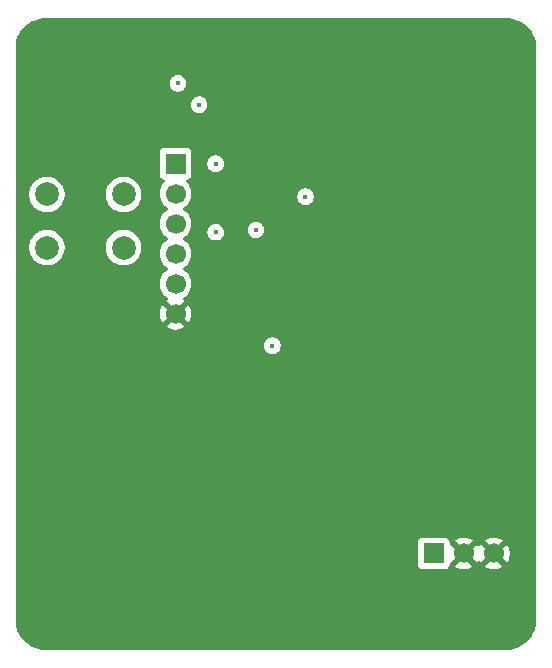
<source format=gbr>
%TF.GenerationSoftware,KiCad,Pcbnew,9.0.5*%
%TF.CreationDate,2025-10-31T15:40:08+01:00*%
%TF.ProjectId,ATMEGA32_evaluation_board,41544d45-4741-4333-925f-6576616c7561,rev?*%
%TF.SameCoordinates,Original*%
%TF.FileFunction,Copper,L3,Inr*%
%TF.FilePolarity,Positive*%
%FSLAX46Y46*%
G04 Gerber Fmt 4.6, Leading zero omitted, Abs format (unit mm)*
G04 Created by KiCad (PCBNEW 9.0.5) date 2025-10-31 15:40:08*
%MOMM*%
%LPD*%
G01*
G04 APERTURE LIST*
%TA.AperFunction,ComponentPad*%
%ADD10C,2.000000*%
%TD*%
%TA.AperFunction,ComponentPad*%
%ADD11C,5.000000*%
%TD*%
%TA.AperFunction,ComponentPad*%
%ADD12R,1.700000X1.700000*%
%TD*%
%TA.AperFunction,ComponentPad*%
%ADD13C,1.700000*%
%TD*%
%TA.AperFunction,ViaPad*%
%ADD14C,0.400000*%
%TD*%
G04 APERTURE END LIST*
D10*
%TO.N,Net-(C20-Pad2)*%
%TO.C,SW1*%
X116900000Y-83200000D03*
X123400000Y-83200000D03*
%TO.N,RST*%
X116900000Y-87700000D03*
X123400000Y-87700000D03*
%TD*%
D11*
%TO.N,GNDD*%
%TO.C,H1*%
X155800000Y-70800000D03*
%TD*%
%TO.N,GNDD*%
%TO.C,H3*%
X116800000Y-119200000D03*
%TD*%
D12*
%TO.N,PB5*%
%TO.C,J2*%
X127800000Y-80600000D03*
D13*
%TO.N,PB6*%
X127800000Y-83140000D03*
%TO.N,PB7*%
X127800000Y-85680000D03*
%TO.N,RST*%
X127800000Y-88220000D03*
%TO.N,+3V3D*%
X127800000Y-90760000D03*
%TO.N,GNDD*%
X127800000Y-93300000D03*
%TD*%
D12*
%TO.N,+9VD*%
%TO.C,J1*%
X149660000Y-113600000D03*
D13*
%TO.N,GNDD*%
X152200000Y-113600000D03*
X154740000Y-113600000D03*
%TD*%
D11*
%TO.N,GNDD*%
%TO.C,H2*%
X155800000Y-119200000D03*
%TD*%
%TO.N,GNDD*%
%TO.C,H4*%
X116800000Y-70800000D03*
%TD*%
D14*
%TO.N,+3V3D*%
X134600000Y-86200000D03*
X131200000Y-86400000D03*
X138800000Y-83400000D03*
X136000000Y-96000000D03*
X131200000Y-80600000D03*
X129800000Y-75600000D03*
X128000000Y-73800000D03*
%TD*%
%TA.AperFunction,Conductor*%
%TO.N,GNDD*%
G36*
X155803472Y-68250695D02*
G01*
X156078511Y-68266141D01*
X156092309Y-68267695D01*
X156360450Y-68313254D01*
X156374006Y-68316348D01*
X156635357Y-68391642D01*
X156648483Y-68396235D01*
X156899759Y-68500317D01*
X156912273Y-68506343D01*
X157150326Y-68637911D01*
X157162087Y-68645301D01*
X157383918Y-68802699D01*
X157394768Y-68811351D01*
X157597576Y-68992590D01*
X157607407Y-69002421D01*
X157685618Y-69089940D01*
X157788644Y-69205226D01*
X157797302Y-69216083D01*
X157954695Y-69437908D01*
X157962088Y-69449673D01*
X158093652Y-69687719D01*
X158099685Y-69700247D01*
X158203764Y-69951517D01*
X158208357Y-69964642D01*
X158283651Y-70225993D01*
X158286745Y-70239550D01*
X158332302Y-70507680D01*
X158333859Y-70521498D01*
X158349305Y-70796527D01*
X158349500Y-70803480D01*
X158349500Y-119196519D01*
X158349305Y-119203472D01*
X158333859Y-119478501D01*
X158332302Y-119492319D01*
X158286745Y-119760449D01*
X158283651Y-119774006D01*
X158208357Y-120035357D01*
X158203764Y-120048482D01*
X158099685Y-120299752D01*
X158093652Y-120312280D01*
X157962088Y-120550326D01*
X157954690Y-120562099D01*
X157797308Y-120783907D01*
X157788644Y-120794773D01*
X157607409Y-120997576D01*
X157597576Y-121007409D01*
X157394773Y-121188644D01*
X157383907Y-121197308D01*
X157162100Y-121354690D01*
X157150326Y-121362088D01*
X156912280Y-121493652D01*
X156899752Y-121499685D01*
X156648482Y-121603764D01*
X156635357Y-121608357D01*
X156374006Y-121683651D01*
X156360449Y-121686745D01*
X156092319Y-121732302D01*
X156078501Y-121733859D01*
X155803472Y-121749305D01*
X155796519Y-121749500D01*
X116803481Y-121749500D01*
X116796528Y-121749305D01*
X116521498Y-121733859D01*
X116507680Y-121732302D01*
X116239550Y-121686745D01*
X116225993Y-121683651D01*
X115964642Y-121608357D01*
X115951517Y-121603764D01*
X115700247Y-121499685D01*
X115687719Y-121493652D01*
X115449673Y-121362088D01*
X115437908Y-121354695D01*
X115216083Y-121197302D01*
X115205226Y-121188644D01*
X115183415Y-121169153D01*
X115002421Y-121007407D01*
X114992590Y-120997576D01*
X114811351Y-120794768D01*
X114802699Y-120783918D01*
X114645301Y-120562087D01*
X114637911Y-120550326D01*
X114506347Y-120312280D01*
X114500317Y-120299759D01*
X114396235Y-120048482D01*
X114391642Y-120035357D01*
X114316348Y-119774006D01*
X114313254Y-119760449D01*
X114302135Y-119695006D01*
X114267695Y-119492309D01*
X114266141Y-119478511D01*
X114250695Y-119203472D01*
X114250500Y-119196519D01*
X114250500Y-112702135D01*
X148309500Y-112702135D01*
X148309500Y-114497870D01*
X148309501Y-114497876D01*
X148315908Y-114557483D01*
X148366202Y-114692328D01*
X148366206Y-114692335D01*
X148452452Y-114807544D01*
X148452455Y-114807547D01*
X148567664Y-114893793D01*
X148567671Y-114893797D01*
X148702517Y-114944091D01*
X148702516Y-114944091D01*
X148709444Y-114944835D01*
X148762127Y-114950500D01*
X150557872Y-114950499D01*
X150617483Y-114944091D01*
X150752331Y-114893796D01*
X150867546Y-114807546D01*
X150953796Y-114692331D01*
X151004091Y-114557483D01*
X151010500Y-114497873D01*
X151010499Y-114473979D01*
X151013330Y-114460963D01*
X151023940Y-114441525D01*
X151030179Y-114420275D01*
X151046803Y-114399643D01*
X151046808Y-114399636D01*
X151046811Y-114399634D01*
X151046818Y-114399626D01*
X151717037Y-113729408D01*
X151734075Y-113792993D01*
X151799901Y-113907007D01*
X151892993Y-114000099D01*
X152007007Y-114065925D01*
X152070590Y-114082962D01*
X151438282Y-114715269D01*
X151438282Y-114715270D01*
X151492449Y-114754624D01*
X151681782Y-114851095D01*
X151883870Y-114916757D01*
X152093754Y-114950000D01*
X152306246Y-114950000D01*
X152516127Y-114916757D01*
X152516130Y-114916757D01*
X152718217Y-114851095D01*
X152907554Y-114754622D01*
X152961716Y-114715270D01*
X152961717Y-114715270D01*
X152329408Y-114082962D01*
X152392993Y-114065925D01*
X152507007Y-114000099D01*
X152600099Y-113907007D01*
X152665925Y-113792993D01*
X152682962Y-113729409D01*
X153315270Y-114361717D01*
X153315270Y-114361716D01*
X153354622Y-114307554D01*
X153359514Y-114297954D01*
X153407488Y-114247157D01*
X153475308Y-114230361D01*
X153541444Y-114252897D01*
X153580486Y-114297954D01*
X153585375Y-114307550D01*
X153624728Y-114361716D01*
X154257037Y-113729408D01*
X154274075Y-113792993D01*
X154339901Y-113907007D01*
X154432993Y-114000099D01*
X154547007Y-114065925D01*
X154610590Y-114082962D01*
X153978282Y-114715269D01*
X153978282Y-114715270D01*
X154032449Y-114754624D01*
X154221782Y-114851095D01*
X154423870Y-114916757D01*
X154633754Y-114950000D01*
X154846246Y-114950000D01*
X155056127Y-114916757D01*
X155056130Y-114916757D01*
X155258217Y-114851095D01*
X155447554Y-114754622D01*
X155501716Y-114715270D01*
X155501717Y-114715270D01*
X154869408Y-114082962D01*
X154932993Y-114065925D01*
X155047007Y-114000099D01*
X155140099Y-113907007D01*
X155205925Y-113792993D01*
X155222962Y-113729408D01*
X155855270Y-114361717D01*
X155855270Y-114361716D01*
X155894622Y-114307554D01*
X155991095Y-114118217D01*
X156056757Y-113916130D01*
X156056757Y-113916127D01*
X156090000Y-113706246D01*
X156090000Y-113493753D01*
X156056757Y-113283872D01*
X156056757Y-113283869D01*
X155991095Y-113081782D01*
X155894624Y-112892449D01*
X155855270Y-112838282D01*
X155855269Y-112838282D01*
X155222962Y-113470590D01*
X155205925Y-113407007D01*
X155140099Y-113292993D01*
X155047007Y-113199901D01*
X154932993Y-113134075D01*
X154869409Y-113117037D01*
X155501716Y-112484728D01*
X155447550Y-112445375D01*
X155258217Y-112348904D01*
X155056129Y-112283242D01*
X154846246Y-112250000D01*
X154633754Y-112250000D01*
X154423872Y-112283242D01*
X154423869Y-112283242D01*
X154221782Y-112348904D01*
X154032439Y-112445380D01*
X153978282Y-112484727D01*
X153978282Y-112484728D01*
X154610591Y-113117037D01*
X154547007Y-113134075D01*
X154432993Y-113199901D01*
X154339901Y-113292993D01*
X154274075Y-113407007D01*
X154257037Y-113470591D01*
X153624728Y-112838282D01*
X153624727Y-112838282D01*
X153585380Y-112892440D01*
X153580483Y-112902051D01*
X153532506Y-112952845D01*
X153464684Y-112969638D01*
X153398550Y-112947098D01*
X153359516Y-112902048D01*
X153354626Y-112892452D01*
X153315270Y-112838282D01*
X153315269Y-112838282D01*
X152682962Y-113470590D01*
X152665925Y-113407007D01*
X152600099Y-113292993D01*
X152507007Y-113199901D01*
X152392993Y-113134075D01*
X152329409Y-113117037D01*
X152961716Y-112484728D01*
X152907550Y-112445375D01*
X152718217Y-112348904D01*
X152516129Y-112283242D01*
X152306246Y-112250000D01*
X152093754Y-112250000D01*
X151883872Y-112283242D01*
X151883869Y-112283242D01*
X151681782Y-112348904D01*
X151492439Y-112445380D01*
X151438282Y-112484727D01*
X151438282Y-112484728D01*
X152070591Y-113117037D01*
X152007007Y-113134075D01*
X151892993Y-113199901D01*
X151799901Y-113292993D01*
X151734075Y-113407007D01*
X151717037Y-113470591D01*
X151046818Y-112800372D01*
X151013333Y-112739049D01*
X151013330Y-112739036D01*
X151010499Y-112726015D01*
X151010499Y-112702128D01*
X151004091Y-112642517D01*
X150975926Y-112567002D01*
X150953798Y-112507673D01*
X150953793Y-112507664D01*
X150867547Y-112392455D01*
X150867544Y-112392452D01*
X150752335Y-112306206D01*
X150752328Y-112306202D01*
X150617482Y-112255908D01*
X150617483Y-112255908D01*
X150557883Y-112249501D01*
X150557881Y-112249500D01*
X150557873Y-112249500D01*
X150557864Y-112249500D01*
X148762129Y-112249500D01*
X148762123Y-112249501D01*
X148702516Y-112255908D01*
X148567671Y-112306202D01*
X148567664Y-112306206D01*
X148452455Y-112392452D01*
X148452452Y-112392455D01*
X148366206Y-112507664D01*
X148366202Y-112507671D01*
X148315908Y-112642517D01*
X148309501Y-112702116D01*
X148309500Y-112702135D01*
X114250500Y-112702135D01*
X114250500Y-96068995D01*
X135299499Y-96068995D01*
X135326418Y-96204322D01*
X135326421Y-96204332D01*
X135379221Y-96331804D01*
X135379228Y-96331817D01*
X135455885Y-96446541D01*
X135455888Y-96446545D01*
X135553454Y-96544111D01*
X135553458Y-96544114D01*
X135668182Y-96620771D01*
X135668195Y-96620778D01*
X135795667Y-96673578D01*
X135795672Y-96673580D01*
X135795676Y-96673580D01*
X135795677Y-96673581D01*
X135931004Y-96700500D01*
X135931007Y-96700500D01*
X136068995Y-96700500D01*
X136160041Y-96682389D01*
X136204328Y-96673580D01*
X136331811Y-96620775D01*
X136446542Y-96544114D01*
X136544114Y-96446542D01*
X136620775Y-96331811D01*
X136673580Y-96204328D01*
X136700500Y-96068993D01*
X136700500Y-95931007D01*
X136700500Y-95931004D01*
X136673581Y-95795677D01*
X136673580Y-95795676D01*
X136673580Y-95795672D01*
X136673578Y-95795667D01*
X136620778Y-95668195D01*
X136620771Y-95668182D01*
X136544114Y-95553458D01*
X136544111Y-95553454D01*
X136446545Y-95455888D01*
X136446541Y-95455885D01*
X136331817Y-95379228D01*
X136331804Y-95379221D01*
X136204332Y-95326421D01*
X136204322Y-95326418D01*
X136068995Y-95299500D01*
X136068993Y-95299500D01*
X135931007Y-95299500D01*
X135931005Y-95299500D01*
X135795677Y-95326418D01*
X135795667Y-95326421D01*
X135668195Y-95379221D01*
X135668182Y-95379228D01*
X135553458Y-95455885D01*
X135553454Y-95455888D01*
X135455888Y-95553454D01*
X135455885Y-95553458D01*
X135379228Y-95668182D01*
X135379221Y-95668195D01*
X135326421Y-95795667D01*
X135326418Y-95795677D01*
X135299500Y-95931004D01*
X135299500Y-95931007D01*
X135299500Y-96068993D01*
X135299500Y-96068995D01*
X135299499Y-96068995D01*
X114250500Y-96068995D01*
X114250500Y-87581902D01*
X115399500Y-87581902D01*
X115399500Y-87818097D01*
X115436446Y-88051368D01*
X115509433Y-88275996D01*
X115616657Y-88486433D01*
X115755483Y-88677510D01*
X115922490Y-88844517D01*
X116113567Y-88983343D01*
X116212991Y-89034002D01*
X116324003Y-89090566D01*
X116324005Y-89090566D01*
X116324008Y-89090568D01*
X116444412Y-89129689D01*
X116548631Y-89163553D01*
X116781903Y-89200500D01*
X116781908Y-89200500D01*
X117018097Y-89200500D01*
X117251368Y-89163553D01*
X117475992Y-89090568D01*
X117686433Y-88983343D01*
X117877510Y-88844517D01*
X118044517Y-88677510D01*
X118183343Y-88486433D01*
X118290568Y-88275992D01*
X118363553Y-88051368D01*
X118386932Y-87903760D01*
X118400500Y-87818097D01*
X118400500Y-87581902D01*
X121899500Y-87581902D01*
X121899500Y-87818097D01*
X121936446Y-88051368D01*
X122009433Y-88275996D01*
X122116657Y-88486433D01*
X122255483Y-88677510D01*
X122422490Y-88844517D01*
X122613567Y-88983343D01*
X122712991Y-89034002D01*
X122824003Y-89090566D01*
X122824005Y-89090566D01*
X122824008Y-89090568D01*
X122944412Y-89129689D01*
X123048631Y-89163553D01*
X123281903Y-89200500D01*
X123281908Y-89200500D01*
X123518097Y-89200500D01*
X123751368Y-89163553D01*
X123975992Y-89090568D01*
X124186433Y-88983343D01*
X124377510Y-88844517D01*
X124544517Y-88677510D01*
X124683343Y-88486433D01*
X124790568Y-88275992D01*
X124863553Y-88051368D01*
X124886932Y-87903760D01*
X124900500Y-87818097D01*
X124900500Y-87581902D01*
X124863553Y-87348631D01*
X124790566Y-87124003D01*
X124733758Y-87012512D01*
X124683343Y-86913567D01*
X124544517Y-86722490D01*
X124377510Y-86555483D01*
X124186433Y-86416657D01*
X124162224Y-86404322D01*
X123975996Y-86309433D01*
X123751368Y-86236446D01*
X123518097Y-86199500D01*
X123518092Y-86199500D01*
X123281908Y-86199500D01*
X123281903Y-86199500D01*
X123048631Y-86236446D01*
X122824003Y-86309433D01*
X122613566Y-86416657D01*
X122541533Y-86468993D01*
X122422490Y-86555483D01*
X122422488Y-86555485D01*
X122422487Y-86555485D01*
X122255485Y-86722487D01*
X122255485Y-86722488D01*
X122255483Y-86722490D01*
X122195862Y-86804550D01*
X122116657Y-86913566D01*
X122009433Y-87124003D01*
X121936446Y-87348631D01*
X121899500Y-87581902D01*
X118400500Y-87581902D01*
X118363553Y-87348631D01*
X118290566Y-87124003D01*
X118233758Y-87012512D01*
X118183343Y-86913567D01*
X118044517Y-86722490D01*
X117877510Y-86555483D01*
X117686433Y-86416657D01*
X117662224Y-86404322D01*
X117475996Y-86309433D01*
X117251368Y-86236446D01*
X117018097Y-86199500D01*
X117018092Y-86199500D01*
X116781908Y-86199500D01*
X116781903Y-86199500D01*
X116548631Y-86236446D01*
X116324003Y-86309433D01*
X116113566Y-86416657D01*
X116041533Y-86468993D01*
X115922490Y-86555483D01*
X115922488Y-86555485D01*
X115922487Y-86555485D01*
X115755485Y-86722487D01*
X115755485Y-86722488D01*
X115755483Y-86722490D01*
X115695862Y-86804550D01*
X115616657Y-86913566D01*
X115509433Y-87124003D01*
X115436446Y-87348631D01*
X115399500Y-87581902D01*
X114250500Y-87581902D01*
X114250500Y-83081902D01*
X115399500Y-83081902D01*
X115399500Y-83318097D01*
X115436446Y-83551368D01*
X115509433Y-83775996D01*
X115595093Y-83944111D01*
X115616657Y-83986433D01*
X115755483Y-84177510D01*
X115922490Y-84344517D01*
X116113567Y-84483343D01*
X116212991Y-84534002D01*
X116324003Y-84590566D01*
X116324005Y-84590566D01*
X116324008Y-84590568D01*
X116444412Y-84629689D01*
X116548631Y-84663553D01*
X116781903Y-84700500D01*
X116781908Y-84700500D01*
X117018097Y-84700500D01*
X117251368Y-84663553D01*
X117475992Y-84590568D01*
X117686433Y-84483343D01*
X117877510Y-84344517D01*
X118044517Y-84177510D01*
X118183343Y-83986433D01*
X118290568Y-83775992D01*
X118363553Y-83551368D01*
X118400500Y-83318097D01*
X118400500Y-83081902D01*
X121899500Y-83081902D01*
X121899500Y-83318097D01*
X121936446Y-83551368D01*
X122009433Y-83775996D01*
X122095093Y-83944111D01*
X122116657Y-83986433D01*
X122255483Y-84177510D01*
X122422490Y-84344517D01*
X122613567Y-84483343D01*
X122712991Y-84534002D01*
X122824003Y-84590566D01*
X122824005Y-84590566D01*
X122824008Y-84590568D01*
X122944412Y-84629689D01*
X123048631Y-84663553D01*
X123281903Y-84700500D01*
X123281908Y-84700500D01*
X123518097Y-84700500D01*
X123751368Y-84663553D01*
X123975992Y-84590568D01*
X124186433Y-84483343D01*
X124377510Y-84344517D01*
X124544517Y-84177510D01*
X124683343Y-83986433D01*
X124790568Y-83775992D01*
X124863553Y-83551368D01*
X124900500Y-83318097D01*
X124900500Y-83081902D01*
X124863553Y-82848631D01*
X124790566Y-82624003D01*
X124734002Y-82512991D01*
X124683343Y-82413567D01*
X124544517Y-82222490D01*
X124377510Y-82055483D01*
X124186433Y-81916657D01*
X124141560Y-81893793D01*
X123975996Y-81809433D01*
X123751368Y-81736446D01*
X123518097Y-81699500D01*
X123518092Y-81699500D01*
X123281908Y-81699500D01*
X123281903Y-81699500D01*
X123048631Y-81736446D01*
X122824003Y-81809433D01*
X122613566Y-81916657D01*
X122566986Y-81950500D01*
X122422490Y-82055483D01*
X122422488Y-82055485D01*
X122422487Y-82055485D01*
X122255485Y-82222487D01*
X122255485Y-82222488D01*
X122255483Y-82222490D01*
X122228079Y-82260208D01*
X122116657Y-82413566D01*
X122009433Y-82624003D01*
X121936446Y-82848631D01*
X121899500Y-83081902D01*
X118400500Y-83081902D01*
X118363553Y-82848631D01*
X118290566Y-82624003D01*
X118234002Y-82512991D01*
X118183343Y-82413567D01*
X118044517Y-82222490D01*
X117877510Y-82055483D01*
X117686433Y-81916657D01*
X117641560Y-81893793D01*
X117475996Y-81809433D01*
X117251368Y-81736446D01*
X117018097Y-81699500D01*
X117018092Y-81699500D01*
X116781908Y-81699500D01*
X116781903Y-81699500D01*
X116548631Y-81736446D01*
X116324003Y-81809433D01*
X116113566Y-81916657D01*
X116066986Y-81950500D01*
X115922490Y-82055483D01*
X115922488Y-82055485D01*
X115922487Y-82055485D01*
X115755485Y-82222487D01*
X115755485Y-82222488D01*
X115755483Y-82222490D01*
X115728079Y-82260208D01*
X115616657Y-82413566D01*
X115509433Y-82624003D01*
X115436446Y-82848631D01*
X115399500Y-83081902D01*
X114250500Y-83081902D01*
X114250500Y-79702135D01*
X126449500Y-79702135D01*
X126449500Y-81497870D01*
X126449501Y-81497876D01*
X126455908Y-81557483D01*
X126506202Y-81692328D01*
X126506206Y-81692335D01*
X126592452Y-81807544D01*
X126592455Y-81807547D01*
X126707664Y-81893793D01*
X126707671Y-81893797D01*
X126839082Y-81942810D01*
X126895016Y-81984681D01*
X126919433Y-82050145D01*
X126904582Y-82118418D01*
X126883431Y-82146673D01*
X126769889Y-82260215D01*
X126644951Y-82432179D01*
X126548444Y-82621585D01*
X126482753Y-82823760D01*
X126462212Y-82953454D01*
X126449500Y-83033713D01*
X126449500Y-83246287D01*
X126482754Y-83456243D01*
X126530871Y-83604332D01*
X126548444Y-83658414D01*
X126644951Y-83847820D01*
X126769890Y-84019786D01*
X126920213Y-84170109D01*
X127092182Y-84295050D01*
X127100946Y-84299516D01*
X127151742Y-84347491D01*
X127168536Y-84415312D01*
X127145998Y-84481447D01*
X127100946Y-84520484D01*
X127092182Y-84524949D01*
X126920213Y-84649890D01*
X126769890Y-84800213D01*
X126644951Y-84972179D01*
X126548444Y-85161585D01*
X126482753Y-85363760D01*
X126449500Y-85573713D01*
X126449500Y-85786286D01*
X126482663Y-85995672D01*
X126482754Y-85996243D01*
X126547554Y-86195677D01*
X126548444Y-86198414D01*
X126644951Y-86387820D01*
X126769890Y-86559786D01*
X126920213Y-86710109D01*
X127092182Y-86835050D01*
X127100946Y-86839516D01*
X127151742Y-86887491D01*
X127168536Y-86955312D01*
X127145998Y-87021447D01*
X127100946Y-87060484D01*
X127092182Y-87064949D01*
X126920213Y-87189890D01*
X126769890Y-87340213D01*
X126644951Y-87512179D01*
X126548444Y-87701585D01*
X126482753Y-87903760D01*
X126449500Y-88113713D01*
X126449500Y-88326287D01*
X126482754Y-88536243D01*
X126528655Y-88677512D01*
X126548444Y-88738414D01*
X126644951Y-88927820D01*
X126769890Y-89099786D01*
X126920213Y-89250109D01*
X127092182Y-89375050D01*
X127100946Y-89379516D01*
X127151742Y-89427491D01*
X127168536Y-89495312D01*
X127145998Y-89561447D01*
X127100946Y-89600484D01*
X127092182Y-89604949D01*
X126920213Y-89729890D01*
X126769890Y-89880213D01*
X126644951Y-90052179D01*
X126548444Y-90241585D01*
X126482753Y-90443760D01*
X126449500Y-90653713D01*
X126449500Y-90866286D01*
X126482753Y-91076239D01*
X126548444Y-91278414D01*
X126644951Y-91467820D01*
X126769890Y-91639786D01*
X126920213Y-91790109D01*
X127092179Y-91915048D01*
X127092181Y-91915049D01*
X127092184Y-91915051D01*
X127101493Y-91919794D01*
X127152290Y-91967766D01*
X127169087Y-92035587D01*
X127146552Y-92101722D01*
X127101505Y-92140760D01*
X127092446Y-92145376D01*
X127092440Y-92145380D01*
X127038282Y-92184727D01*
X127038282Y-92184728D01*
X127670591Y-92817037D01*
X127607007Y-92834075D01*
X127492993Y-92899901D01*
X127399901Y-92992993D01*
X127334075Y-93107007D01*
X127317037Y-93170591D01*
X126684728Y-92538282D01*
X126684727Y-92538282D01*
X126645380Y-92592439D01*
X126548904Y-92781782D01*
X126483242Y-92983869D01*
X126483242Y-92983872D01*
X126450000Y-93193753D01*
X126450000Y-93406246D01*
X126483242Y-93616127D01*
X126483242Y-93616130D01*
X126548904Y-93818217D01*
X126645375Y-94007550D01*
X126684728Y-94061716D01*
X127317037Y-93429408D01*
X127334075Y-93492993D01*
X127399901Y-93607007D01*
X127492993Y-93700099D01*
X127607007Y-93765925D01*
X127670590Y-93782962D01*
X127038282Y-94415269D01*
X127038282Y-94415270D01*
X127092449Y-94454624D01*
X127281782Y-94551095D01*
X127483870Y-94616757D01*
X127693754Y-94650000D01*
X127906246Y-94650000D01*
X128116127Y-94616757D01*
X128116130Y-94616757D01*
X128318217Y-94551095D01*
X128507554Y-94454622D01*
X128561716Y-94415270D01*
X128561717Y-94415270D01*
X127929408Y-93782962D01*
X127992993Y-93765925D01*
X128107007Y-93700099D01*
X128200099Y-93607007D01*
X128265925Y-93492993D01*
X128282962Y-93429408D01*
X128915270Y-94061717D01*
X128915270Y-94061716D01*
X128954622Y-94007554D01*
X129051095Y-93818217D01*
X129116757Y-93616130D01*
X129116757Y-93616127D01*
X129150000Y-93406246D01*
X129150000Y-93193753D01*
X129116757Y-92983872D01*
X129116757Y-92983869D01*
X129051095Y-92781782D01*
X128954624Y-92592449D01*
X128915270Y-92538282D01*
X128915269Y-92538282D01*
X128282962Y-93170590D01*
X128265925Y-93107007D01*
X128200099Y-92992993D01*
X128107007Y-92899901D01*
X127992993Y-92834075D01*
X127929409Y-92817037D01*
X128561716Y-92184728D01*
X128507547Y-92145373D01*
X128507547Y-92145372D01*
X128498500Y-92140763D01*
X128447706Y-92092788D01*
X128430912Y-92024966D01*
X128453451Y-91958832D01*
X128498508Y-91919793D01*
X128507816Y-91915051D01*
X128587007Y-91857515D01*
X128679786Y-91790109D01*
X128679788Y-91790106D01*
X128679792Y-91790104D01*
X128830104Y-91639792D01*
X128830106Y-91639788D01*
X128830109Y-91639786D01*
X128955048Y-91467820D01*
X128955047Y-91467820D01*
X128955051Y-91467816D01*
X129051557Y-91278412D01*
X129117246Y-91076243D01*
X129150500Y-90866287D01*
X129150500Y-90653713D01*
X129117246Y-90443757D01*
X129051557Y-90241588D01*
X128955051Y-90052184D01*
X128955049Y-90052181D01*
X128955048Y-90052179D01*
X128830109Y-89880213D01*
X128679786Y-89729890D01*
X128507820Y-89604951D01*
X128507115Y-89604591D01*
X128499054Y-89600485D01*
X128448259Y-89552512D01*
X128431463Y-89484692D01*
X128453999Y-89418556D01*
X128499054Y-89379515D01*
X128507816Y-89375051D01*
X128529789Y-89359086D01*
X128679786Y-89250109D01*
X128679788Y-89250106D01*
X128679792Y-89250104D01*
X128830104Y-89099792D01*
X128830106Y-89099788D01*
X128830109Y-89099786D01*
X128955048Y-88927820D01*
X128955047Y-88927820D01*
X128955051Y-88927816D01*
X129051557Y-88738412D01*
X129117246Y-88536243D01*
X129150500Y-88326287D01*
X129150500Y-88113713D01*
X129117246Y-87903757D01*
X129051557Y-87701588D01*
X128955051Y-87512184D01*
X128955049Y-87512181D01*
X128955048Y-87512179D01*
X128830109Y-87340213D01*
X128679786Y-87189890D01*
X128507820Y-87064951D01*
X128507115Y-87064591D01*
X128499054Y-87060485D01*
X128448259Y-87012512D01*
X128431463Y-86944692D01*
X128453999Y-86878556D01*
X128499054Y-86839515D01*
X128507816Y-86835051D01*
X128529789Y-86819086D01*
X128679786Y-86710109D01*
X128679788Y-86710106D01*
X128679792Y-86710104D01*
X128830104Y-86559792D01*
X128830106Y-86559788D01*
X128830109Y-86559786D01*
X128896071Y-86468995D01*
X130499499Y-86468995D01*
X130526418Y-86604322D01*
X130526421Y-86604332D01*
X130579221Y-86731804D01*
X130579228Y-86731817D01*
X130655885Y-86846541D01*
X130655888Y-86846545D01*
X130753454Y-86944111D01*
X130753458Y-86944114D01*
X130868182Y-87020771D01*
X130868195Y-87020778D01*
X130995667Y-87073578D01*
X130995672Y-87073580D01*
X130995676Y-87073580D01*
X130995677Y-87073581D01*
X131131004Y-87100500D01*
X131131007Y-87100500D01*
X131268995Y-87100500D01*
X131360041Y-87082389D01*
X131404328Y-87073580D01*
X131531811Y-87020775D01*
X131646542Y-86944114D01*
X131744114Y-86846542D01*
X131820775Y-86731811D01*
X131873580Y-86604328D01*
X131883296Y-86555483D01*
X131900500Y-86468995D01*
X131900500Y-86331004D01*
X131888165Y-86268995D01*
X133899499Y-86268995D01*
X133926418Y-86404322D01*
X133926421Y-86404332D01*
X133979221Y-86531804D01*
X133979228Y-86531817D01*
X134055885Y-86646541D01*
X134055888Y-86646545D01*
X134153454Y-86744111D01*
X134153458Y-86744114D01*
X134268182Y-86820771D01*
X134268195Y-86820778D01*
X134395667Y-86873578D01*
X134395672Y-86873580D01*
X134395676Y-86873580D01*
X134395677Y-86873581D01*
X134531004Y-86900500D01*
X134531007Y-86900500D01*
X134668995Y-86900500D01*
X134779312Y-86878556D01*
X134804328Y-86873580D01*
X134931811Y-86820775D01*
X135046542Y-86744114D01*
X135144114Y-86646542D01*
X135220775Y-86531811D01*
X135273580Y-86404328D01*
X135300500Y-86268993D01*
X135300500Y-86131007D01*
X135300500Y-86131004D01*
X135273581Y-85995677D01*
X135273580Y-85995676D01*
X135273580Y-85995672D01*
X135273578Y-85995667D01*
X135220778Y-85868195D01*
X135220771Y-85868182D01*
X135144114Y-85753458D01*
X135144111Y-85753454D01*
X135046545Y-85655888D01*
X135046541Y-85655885D01*
X134931817Y-85579228D01*
X134931804Y-85579221D01*
X134804332Y-85526421D01*
X134804322Y-85526418D01*
X134668995Y-85499500D01*
X134668993Y-85499500D01*
X134531007Y-85499500D01*
X134531005Y-85499500D01*
X134395677Y-85526418D01*
X134395667Y-85526421D01*
X134268195Y-85579221D01*
X134268182Y-85579228D01*
X134153458Y-85655885D01*
X134153454Y-85655888D01*
X134055888Y-85753454D01*
X134055885Y-85753458D01*
X133979228Y-85868182D01*
X133979221Y-85868195D01*
X133926421Y-85995667D01*
X133926418Y-85995677D01*
X133899500Y-86131004D01*
X133899500Y-86131007D01*
X133899500Y-86268993D01*
X133899500Y-86268995D01*
X133899499Y-86268995D01*
X131888165Y-86268995D01*
X131873581Y-86195677D01*
X131873580Y-86195676D01*
X131873580Y-86195672D01*
X131845796Y-86128595D01*
X131820778Y-86068195D01*
X131820771Y-86068182D01*
X131744114Y-85953458D01*
X131744111Y-85953454D01*
X131646545Y-85855888D01*
X131646541Y-85855885D01*
X131531817Y-85779228D01*
X131531804Y-85779221D01*
X131404332Y-85726421D01*
X131404322Y-85726418D01*
X131268995Y-85699500D01*
X131268993Y-85699500D01*
X131131007Y-85699500D01*
X131131005Y-85699500D01*
X130995677Y-85726418D01*
X130995667Y-85726421D01*
X130868195Y-85779221D01*
X130868182Y-85779228D01*
X130753458Y-85855885D01*
X130753454Y-85855888D01*
X130655888Y-85953454D01*
X130655885Y-85953458D01*
X130579228Y-86068182D01*
X130579221Y-86068195D01*
X130526421Y-86195667D01*
X130526418Y-86195677D01*
X130499500Y-86331004D01*
X130499500Y-86331007D01*
X130499500Y-86468993D01*
X130499500Y-86468995D01*
X130499499Y-86468995D01*
X128896071Y-86468995D01*
X128939086Y-86409789D01*
X128955051Y-86387816D01*
X129051557Y-86198412D01*
X129117246Y-85996243D01*
X129150500Y-85786287D01*
X129150500Y-85573713D01*
X129117246Y-85363757D01*
X129051557Y-85161588D01*
X128955051Y-84972184D01*
X128955049Y-84972181D01*
X128955048Y-84972179D01*
X128830109Y-84800213D01*
X128679786Y-84649890D01*
X128507820Y-84524951D01*
X128507115Y-84524591D01*
X128499054Y-84520485D01*
X128448259Y-84472512D01*
X128431463Y-84404692D01*
X128453999Y-84338556D01*
X128499054Y-84299515D01*
X128507816Y-84295051D01*
X128529789Y-84279086D01*
X128679786Y-84170109D01*
X128679788Y-84170106D01*
X128679792Y-84170104D01*
X128830104Y-84019792D01*
X128830106Y-84019788D01*
X128830109Y-84019786D01*
X128955048Y-83847820D01*
X128955047Y-83847820D01*
X128955051Y-83847816D01*
X129051557Y-83658412D01*
X129113103Y-83468995D01*
X138099499Y-83468995D01*
X138126418Y-83604322D01*
X138126421Y-83604332D01*
X138179221Y-83731804D01*
X138179228Y-83731817D01*
X138255885Y-83846541D01*
X138255888Y-83846545D01*
X138353454Y-83944111D01*
X138353458Y-83944114D01*
X138468182Y-84020771D01*
X138468195Y-84020778D01*
X138595667Y-84073578D01*
X138595672Y-84073580D01*
X138595676Y-84073580D01*
X138595677Y-84073581D01*
X138731004Y-84100500D01*
X138731007Y-84100500D01*
X138868995Y-84100500D01*
X138960041Y-84082389D01*
X139004328Y-84073580D01*
X139131811Y-84020775D01*
X139246542Y-83944114D01*
X139344114Y-83846542D01*
X139420775Y-83731811D01*
X139473580Y-83604328D01*
X139482389Y-83560041D01*
X139500500Y-83468995D01*
X139500500Y-83331004D01*
X139473581Y-83195677D01*
X139473580Y-83195676D01*
X139473580Y-83195672D01*
X139426458Y-83081908D01*
X139420778Y-83068195D01*
X139420771Y-83068182D01*
X139344114Y-82953458D01*
X139344111Y-82953454D01*
X139246545Y-82855888D01*
X139246541Y-82855885D01*
X139131817Y-82779228D01*
X139131804Y-82779221D01*
X139004332Y-82726421D01*
X139004322Y-82726418D01*
X138868995Y-82699500D01*
X138868993Y-82699500D01*
X138731007Y-82699500D01*
X138731005Y-82699500D01*
X138595677Y-82726418D01*
X138595667Y-82726421D01*
X138468195Y-82779221D01*
X138468182Y-82779228D01*
X138353458Y-82855885D01*
X138353454Y-82855888D01*
X138255888Y-82953454D01*
X138255885Y-82953458D01*
X138179228Y-83068182D01*
X138179221Y-83068195D01*
X138126421Y-83195667D01*
X138126418Y-83195677D01*
X138099500Y-83331004D01*
X138099500Y-83331007D01*
X138099500Y-83468993D01*
X138099500Y-83468995D01*
X138099499Y-83468995D01*
X129113103Y-83468995D01*
X129117246Y-83456243D01*
X129150500Y-83246287D01*
X129150500Y-83033713D01*
X129117246Y-82823757D01*
X129051557Y-82621588D01*
X128955051Y-82432184D01*
X128955049Y-82432181D01*
X128955048Y-82432179D01*
X128830109Y-82260213D01*
X128716569Y-82146673D01*
X128683084Y-82085350D01*
X128688068Y-82015658D01*
X128729940Y-81959725D01*
X128760915Y-81942810D01*
X128892331Y-81893796D01*
X129007546Y-81807546D01*
X129093796Y-81692331D01*
X129144091Y-81557483D01*
X129150500Y-81497873D01*
X129150500Y-80668995D01*
X130499499Y-80668995D01*
X130526418Y-80804322D01*
X130526421Y-80804332D01*
X130579221Y-80931804D01*
X130579228Y-80931817D01*
X130655885Y-81046541D01*
X130655888Y-81046545D01*
X130753454Y-81144111D01*
X130753458Y-81144114D01*
X130868182Y-81220771D01*
X130868195Y-81220778D01*
X130995667Y-81273578D01*
X130995672Y-81273580D01*
X130995676Y-81273580D01*
X130995677Y-81273581D01*
X131131004Y-81300500D01*
X131131007Y-81300500D01*
X131268995Y-81300500D01*
X131360041Y-81282389D01*
X131404328Y-81273580D01*
X131531811Y-81220775D01*
X131646542Y-81144114D01*
X131744114Y-81046542D01*
X131820775Y-80931811D01*
X131873580Y-80804328D01*
X131900500Y-80668993D01*
X131900500Y-80531007D01*
X131900500Y-80531004D01*
X131873581Y-80395677D01*
X131873580Y-80395676D01*
X131873580Y-80395672D01*
X131873578Y-80395667D01*
X131820778Y-80268195D01*
X131820771Y-80268182D01*
X131744114Y-80153458D01*
X131744111Y-80153454D01*
X131646545Y-80055888D01*
X131646541Y-80055885D01*
X131531817Y-79979228D01*
X131531804Y-79979221D01*
X131404332Y-79926421D01*
X131404322Y-79926418D01*
X131268995Y-79899500D01*
X131268993Y-79899500D01*
X131131007Y-79899500D01*
X131131005Y-79899500D01*
X130995677Y-79926418D01*
X130995667Y-79926421D01*
X130868195Y-79979221D01*
X130868182Y-79979228D01*
X130753458Y-80055885D01*
X130753454Y-80055888D01*
X130655888Y-80153454D01*
X130655885Y-80153458D01*
X130579228Y-80268182D01*
X130579221Y-80268195D01*
X130526421Y-80395667D01*
X130526418Y-80395677D01*
X130499500Y-80531004D01*
X130499500Y-80531007D01*
X130499500Y-80668993D01*
X130499500Y-80668995D01*
X130499499Y-80668995D01*
X129150500Y-80668995D01*
X129150499Y-79702128D01*
X129144091Y-79642517D01*
X129093796Y-79507669D01*
X129093795Y-79507668D01*
X129093793Y-79507664D01*
X129007547Y-79392455D01*
X129007544Y-79392452D01*
X128892335Y-79306206D01*
X128892328Y-79306202D01*
X128757482Y-79255908D01*
X128757483Y-79255908D01*
X128697883Y-79249501D01*
X128697881Y-79249500D01*
X128697873Y-79249500D01*
X128697864Y-79249500D01*
X126902129Y-79249500D01*
X126902123Y-79249501D01*
X126842516Y-79255908D01*
X126707671Y-79306202D01*
X126707664Y-79306206D01*
X126592455Y-79392452D01*
X126592452Y-79392455D01*
X126506206Y-79507664D01*
X126506202Y-79507671D01*
X126455908Y-79642517D01*
X126449501Y-79702116D01*
X126449501Y-79702123D01*
X126449500Y-79702135D01*
X114250500Y-79702135D01*
X114250500Y-75668995D01*
X129099499Y-75668995D01*
X129126418Y-75804322D01*
X129126421Y-75804332D01*
X129179221Y-75931804D01*
X129179228Y-75931817D01*
X129255885Y-76046541D01*
X129255888Y-76046545D01*
X129353454Y-76144111D01*
X129353458Y-76144114D01*
X129468182Y-76220771D01*
X129468195Y-76220778D01*
X129595667Y-76273578D01*
X129595672Y-76273580D01*
X129595676Y-76273580D01*
X129595677Y-76273581D01*
X129731004Y-76300500D01*
X129731007Y-76300500D01*
X129868995Y-76300500D01*
X129960041Y-76282389D01*
X130004328Y-76273580D01*
X130131811Y-76220775D01*
X130246542Y-76144114D01*
X130344114Y-76046542D01*
X130420775Y-75931811D01*
X130473580Y-75804328D01*
X130500500Y-75668993D01*
X130500500Y-75531007D01*
X130500500Y-75531004D01*
X130473581Y-75395677D01*
X130473580Y-75395676D01*
X130473580Y-75395672D01*
X130473578Y-75395667D01*
X130420778Y-75268195D01*
X130420771Y-75268182D01*
X130344114Y-75153458D01*
X130344111Y-75153454D01*
X130246545Y-75055888D01*
X130246541Y-75055885D01*
X130131817Y-74979228D01*
X130131804Y-74979221D01*
X130004332Y-74926421D01*
X130004322Y-74926418D01*
X129868995Y-74899500D01*
X129868993Y-74899500D01*
X129731007Y-74899500D01*
X129731005Y-74899500D01*
X129595677Y-74926418D01*
X129595667Y-74926421D01*
X129468195Y-74979221D01*
X129468182Y-74979228D01*
X129353458Y-75055885D01*
X129353454Y-75055888D01*
X129255888Y-75153454D01*
X129255885Y-75153458D01*
X129179228Y-75268182D01*
X129179221Y-75268195D01*
X129126421Y-75395667D01*
X129126418Y-75395677D01*
X129099500Y-75531004D01*
X129099500Y-75531007D01*
X129099500Y-75668993D01*
X129099500Y-75668995D01*
X129099499Y-75668995D01*
X114250500Y-75668995D01*
X114250500Y-73868995D01*
X127299499Y-73868995D01*
X127326418Y-74004322D01*
X127326421Y-74004332D01*
X127379221Y-74131804D01*
X127379228Y-74131817D01*
X127455885Y-74246541D01*
X127455888Y-74246545D01*
X127553454Y-74344111D01*
X127553458Y-74344114D01*
X127668182Y-74420771D01*
X127668195Y-74420778D01*
X127795667Y-74473578D01*
X127795672Y-74473580D01*
X127795676Y-74473580D01*
X127795677Y-74473581D01*
X127931004Y-74500500D01*
X127931007Y-74500500D01*
X128068995Y-74500500D01*
X128160041Y-74482389D01*
X128204328Y-74473580D01*
X128331811Y-74420775D01*
X128446542Y-74344114D01*
X128544114Y-74246542D01*
X128620775Y-74131811D01*
X128673580Y-74004328D01*
X128700500Y-73868993D01*
X128700500Y-73731007D01*
X128700500Y-73731004D01*
X128673581Y-73595677D01*
X128673580Y-73595676D01*
X128673580Y-73595672D01*
X128673578Y-73595667D01*
X128620778Y-73468195D01*
X128620771Y-73468182D01*
X128544114Y-73353458D01*
X128544111Y-73353454D01*
X128446545Y-73255888D01*
X128446541Y-73255885D01*
X128331817Y-73179228D01*
X128331804Y-73179221D01*
X128204332Y-73126421D01*
X128204322Y-73126418D01*
X128068995Y-73099500D01*
X128068993Y-73099500D01*
X127931007Y-73099500D01*
X127931005Y-73099500D01*
X127795677Y-73126418D01*
X127795667Y-73126421D01*
X127668195Y-73179221D01*
X127668182Y-73179228D01*
X127553458Y-73255885D01*
X127553454Y-73255888D01*
X127455888Y-73353454D01*
X127455885Y-73353458D01*
X127379228Y-73468182D01*
X127379221Y-73468195D01*
X127326421Y-73595667D01*
X127326418Y-73595677D01*
X127299500Y-73731004D01*
X127299500Y-73731007D01*
X127299500Y-73868993D01*
X127299500Y-73868995D01*
X127299499Y-73868995D01*
X114250500Y-73868995D01*
X114250500Y-70803480D01*
X114250695Y-70796527D01*
X114252740Y-70760118D01*
X114266141Y-70521486D01*
X114267695Y-70507692D01*
X114313255Y-70239545D01*
X114316348Y-70225993D01*
X114391642Y-69964642D01*
X114396235Y-69951517D01*
X114500320Y-69700232D01*
X114506339Y-69687733D01*
X114637916Y-69449663D01*
X114645295Y-69437920D01*
X114802705Y-69216072D01*
X114811343Y-69205240D01*
X114992601Y-69002411D01*
X115002411Y-68992601D01*
X115205240Y-68811343D01*
X115216072Y-68802705D01*
X115437920Y-68645295D01*
X115449663Y-68637916D01*
X115687733Y-68506339D01*
X115700232Y-68500320D01*
X115951521Y-68396233D01*
X115964638Y-68391643D01*
X116225998Y-68316346D01*
X116239545Y-68313255D01*
X116507692Y-68267695D01*
X116521486Y-68266141D01*
X116796528Y-68250695D01*
X116803481Y-68250500D01*
X116839882Y-68250500D01*
X155760118Y-68250500D01*
X155796519Y-68250500D01*
X155803472Y-68250695D01*
G37*
%TD.AperFunction*%
%TD*%
M02*

</source>
